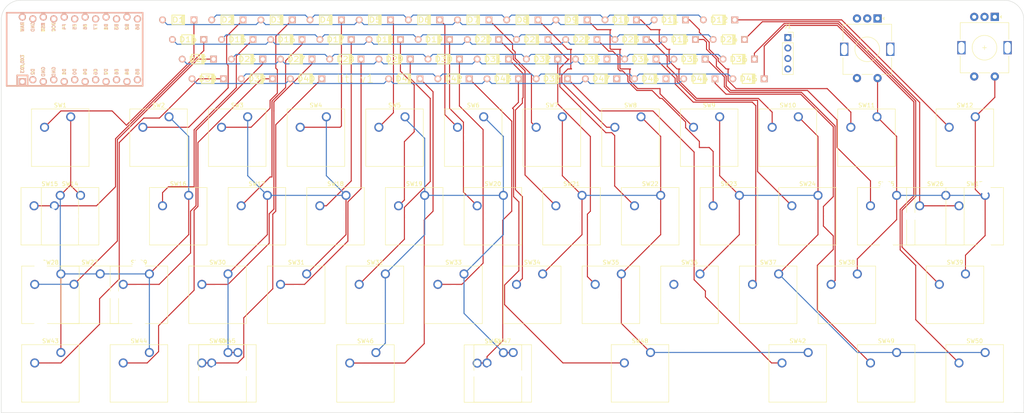
<source format=kicad_pcb>
(kicad_pcb (version 20211014) (generator pcbnew)
  (layers (0 "F.Cu" signal) (31 "B.Cu" signal) (34 "B.Paste" user) (35 "F.Paste" user) (36 "B.SilkS" user "B.Silkscreen") (37 "F.SilkS" user "F.Silkscreen") (38 "B.Mask" user) (39 "F.Mask" user) (44 "Edge.Cuts" user))
  (net 0 "")
  (net 1 "rowA")
  (net 2 "Net-(D1-Pad2)")
  (net 3 "rowB")
  (net 4 "Net-(D2-Pad2)")
  (net 5 "Net-(D3-Pad2)")
  (net 6 "Net-(D4-Pad2)")
  (net 7 "Net-(D5-Pad2)")
  (net 8 "Net-(D6-Pad2)")
  (net 9 "Net-(D7-Pad2)")
  (net 10 "Net-(D8-Pad2)")
  (net 11 "Net-(D9-Pad2)")
  (net 12 "Net-(D10-Pad2)")
  (net 13 "Net-(D11-Pad2)")
  (net 14 "Net-(D12-Pad2)")
  (net 15 "rowC")
  (net 16 "Net-(D13-Pad2)")
  (net 17 "Net-(D14-Pad2)")
  (net 18 "rowD")
  (net 19 "Net-(D15-Pad2)")
  (net 20 "Net-(D16-Pad2)")
  (net 21 "Net-(D17-Pad2)")
  (net 22 "Net-(D18-Pad2)")
  (net 23 "Net-(D19-Pad2)")
  (net 24 "Net-(D20-Pad2)")
  (net 25 "Net-(D21-Pad2)")
  (net 26 "Net-(D22-Pad2)")
  (net 27 "Net-(D23-Pad2)")
  (net 28 "Net-(D24-Pad2)")
  (net 29 "rowE")
  (net 30 "Net-(D25-Pad2)")
  (net 31 "rowF")
  (net 32 "Net-(D26-Pad2)")
  (net 33 "Net-(D27-Pad2)")
  (net 34 "Net-(D28-Pad2)")
  (net 35 "Net-(D29-Pad2)")
  (net 36 "Net-(D30-Pad2)")
  (net 37 "Net-(D31-Pad2)")
  (net 38 "Net-(D32-Pad2)")
  (net 39 "Net-(D33-Pad2)")
  (net 40 "Net-(D34-Pad2)")
  (net 41 "Net-(D35-Pad2)")
  (net 42 "Net-(D36-Pad2)")
  (net 43 "rowG")
  (net 44 "Net-(D37-Pad2)")
  (net 45 "Net-(D38-Pad2)")
  (net 46 "rowH")
  (net 47 "Net-(D39-Pad2)")
  (net 48 "Net-(D40-Pad2)")
  (net 49 "Net-(D41-Pad2)")
  (net 50 "Net-(D42-Pad2)")
  (net 51 "Net-(D43-Pad2)")
  (net 52 "Net-(D44-Pad2)")
  (net 53 "Net-(D45-Pad2)")
  (net 54 "RotA")
  (net 55 "VCC")
  (net 56 "SCL")
  (net 57 "SDA")
  (net 58 "col0")
  (net 59 "col1")
  (net 60 "col2")
  (net 61 "col3")
  (net 62 "col4")
  (net 63 "RotB")
  (net 64 "encB")
  (net 65 "encA")
  (net 68 "RotC")
  (net 69 "GND")
  (footprint "Button_Switch_Keyboard:SW_Cherry_MX_1.00u_PCB" (layer "F.Cu") (at 107.59 71.32)
    (fp_text reference "SW18")
    (fp_text value "KEYSW")
  )
  (footprint "Button_Switch_Keyboard:SW_Cherry_MX_1.00u_PCB" (layer "F.Cu") (at 98.04 90.42)
    (fp_text reference "SW31")
    (fp_text value "KEYSW")
  )
  (footprint "Keebio-Parts:Diode" (layer "F.Cu") (at 107.4375 38.2)
    (fp_text reference "D28")
    (fp_text value "D_Small" hide)
  )
  (footprint "Button_Switch_Keyboard:SW_Cherry_MX_1.00u_PCB" (layer "F.Cu") (at 59.84 90.42)
    (fp_text reference "SW29")
    (fp_text value "KEYSW")
  )
  (footprint "Button_Switch_Keyboard:SW_Cherry_MX_2.25u_PCB" (layer "F.Cu") (at 47.9025 90.4)
    (fp_text reference "SW27")
    (fp_text value "KEYSW")
  )
  (footprint "Keebio-Parts:Diode" (layer "F.Cu") (at 128.925 33.425)
    (fp_text reference "D19")
    (fp_text value "D_Small" hide)
  )
  (footprint "Keebio-Parts:Diode" (layer "F.Cu") (at 138.475 28.65)
    (fp_text reference "D7")
    (fp_text value "D_Small" hide)
  )
  (footprint "Button_Switch_Keyboard:SW_Cherry_MX_1.25u_PCB" (layer "F.Cu") (at 262.7775 71.32)
    (fp_text reference "SW13")
    (fp_text value "KEYSW")
  )
  (footprint "Keebio-Parts:Diode" (layer "F.Cu") (at 71.625 38.2)
    (fp_text reference "D25")
    (fp_text value "D_Small" hide)
  )
  (footprint "Button_Switch_Keyboard:SW_Cherry_MX_1.00u_PCB" (layer "F.Cu") (at 193.54 90.42)
    (fp_text reference "SW36")
    (fp_text value "KEYSW")
  )
  (footprint "Button_Switch_Keyboard:SW_Cherry_MX_1.00u_PCB" (layer "F.Cu") (at 141.015 52.22)
    (fp_text reference "SW6")
    (fp_text value "KEYSW")
  )
  (footprint "Button_Switch_Keyboard:SW_Cherry_MX_1.25u_PCB" (layer "F.Cu") (at 219.8025 109.52)
    (fp_text reference "SW42")
    (fp_text value "KEYSW")
  )
  (footprint "Keebio-Parts:Diode" (layer "F.Cu") (at 105.05 33.425)
    (fp_text reference "D17")
    (fp_text value "D_Small" hide)
  )
  (footprint "Keebio-Parts:Diode" (layer "F.Cu") (at 66.85 28.65)
    (fp_text reference "D1")
    (fp_text value "D_Small" hide)
  )
  (footprint "Button_Switch_Keyboard:SW_Cherry_MX_1.00u_PCB" (layer "F.Cu") (at 121.915 52.22)
    (fp_text reference "SW5")
    (fp_text value "KEYSW")
  )
  (footprint "Keebio-Parts:Diode" (layer "F.Cu") (at 176.675 33.425)
    (fp_text reference "D23")
    (fp_text value "D_Small" hide)
  )
  (footprint "Button_Switch_Keyboard:SW_Cherry_MX_1.00u_PCB" (layer "F.Cu") (at 174.44 90.42)
    (fp_text reference "SW35")
    (fp_text value "KEYSW")
  )
  (footprint "Keebio-Parts:Diode" (layer "F.Cu") (at 81.175 33.425)
    (fp_text reference "D15")
    (fp_text value "D_Small" hide)
  )
  (footprint "Keebio-Parts:Diode" (layer "F.Cu") (at 119.375 38.2)
    (fp_text reference "D29")
    (fp_text value "D_Small" hide)
  )
  (footprint "Button_Switch_Keyboard:SW_Cherry_MX_1.00u_PCB" (layer "F.Cu") (at 136.24 90.42)
    (fp_text reference "SW33")
    (fp_text value "KEYSW")
  )
  (footprint "Button_Switch_Keyboard:SW_Cherry_MX_2.25u_PCB" (layer "F.Cu") (at 253.2275 71.32)
    (fp_text reference "SW26")
    (fp_text value "KEYSW")
  )
  (footprint "Keebio-Parts:Diode" (layer "F.Cu") (at 169.5125 42.975)
    (fp_text reference "D47")
    (fp_text value "D_Small" hide)
  )
  (footprint "Button_Switch_Keyboard:SW_Cherry_MX_2.75u_PCB" (layer "F.Cu") (at 181.52 109.002)
    (fp_text reference "SW48")
    (fp_text value "KEYSW")
  )
  (footprint "Button_Switch_Keyboard:SW_Cherry_MX_1.00u_PCB" (layer "F.Cu") (at 145.8 109.57)
    (fp_text reference "SW41")
    (fp_text value "KEYSW")
  )
  (footprint "Keebio-Parts:Diode" (layer "F.Cu") (at 83.5625 38.2)
    (fp_text reference "D26")
    (fp_text value "D_Small" hide)
  )
  (footprint "Button_Switch_Keyboard:SW_Cherry_MX_1.00u_PCB" (layer "F.Cu") (at 38.2 71.32)
    (fp_text reference "SW15")
    (fp_text value "KEYSW")
  )
  (footprint "Button_Switch_Keyboard:SW_Cherry_MX_1.00u_PCB" (layer "F.Cu") (at 179.215 52.22)
    (fp_text reference "SW8")
    (fp_text value "KEYSW")
  )
  (footprint "Button_Switch_Keyboard:SW_Cherry_MX_1.50u_PCB" (layer "F.Cu") (at 260.39 52.22)
    (fp_text reference "SW12")
    (fp_text value "KEYSW")
  )
  (footprint "Keebio-Parts:Diode" (layer "F.Cu") (at 205.325 42.975)
    (fp_text reference "D45")
    (fp_text value "D_Small" hide)
  )
  (footprint "Keebio-Parts:Diode" (layer "F.Cu") (at 90.725 28.65)
    (fp_text reference "D3")
    (fp_text value "D_Small" hide)
  )
  (footprint "Button_Switch_Keyboard:SW_Cherry_MX_1.00u_PCB" (layer "F.Cu") (at 78.94 90.42)
    (fp_text reference "SW30")
    (fp_text value "KEYSW")
  )
  (footprint "Keebio-Parts:Diode" (layer "F.Cu") (at 200.55 33.425)
    (fp_text reference "D24")
    (fp_text value "D_Small" hide)
  )
  (footprint "Button_Switch_Keyboard:SW_Cherry_MX_1.00u_PCB" (layer "F.Cu") (at 117.14 90.42)
    (fp_text reference "SW32")
    (fp_text value "KEYSW")
  )
  (footprint "Button_Switch_Keyboard:SW_Cherry_MX_1.50u_Plate" (layer "F.Cu") (at 40.74 52.22)
    (fp_text reference "SW1")
    (fp_text value "KEYSW")
  )
  (footprint "Button_Switch_Keyboard:SW_Cherry_MX_1.00u_PCB" (layer "F.Cu") (at 83.715 52.22)
    (fp_text reference "SW3")
    (fp_text value "KEYSW")
  )
  (footprint "Keebio-Parts:Diode" (layer "F.Cu") (at 131.3125 38.2)
    (fp_text reference "D30")
    (fp_text value "D_Small" hide)
  )
  (footprint "Keebio-Parts:Diode" (layer "F.Cu") (at 191 38.2)
    (fp_text reference "D35")
    (fp_text value "D_Small" hide)
  )
  (footprint "Keebio-Parts:Diode" (layer "F.Cu") (at 162.35 28.65)
    (fp_text reference "D9")
    (fp_text value "D_Small" hide)
  )
  (footprint "Button_Switch_Keyboard:SW_Cherry_MX_1.00u_PCB" (layer "F.Cu") (at 59.84 109.52)
    (fp_text reference "SW44")
    (fp_text value "KEYSW")
  )
  (footprint "Keebio-Parts:RotaryEncoder_EC11" (layer "F.Cu") (at 234.1554 35.8125 -90)
    (fp_text reference "SW53")
    (fp_text value "RotaryEncoder_Switch")
  )
  (footprint "Button_Switch_Keyboard:SW_Cherry_MX_1.00u_PCB" (layer "F.Cu") (at 217.415 52.22)
    (fp_text reference "SW10")
    (fp_text value "KEYSW")
  )
  (footprint "Keebio-Parts:Diode" (layer "F.Cu") (at 97.8875 42.975)
    (fp_text reference "D40")
    (fp_text value "D_Small" hide)
  )
  (footprint "Keebio-Parts:Diode" (layer "F.Cu") (at 152.8 33.425)
    (fp_text reference "D21")
    (fp_text value "D_Small" hide)
  )
  (footprint "Keebio-Parts:Diode" (layer "F.Cu") (at 164.7375 33.425)
    (fp_text reference "D22")
    (fp_text value "D_Small" hide)
  )
  (footprint "Button_Switch_Keyboard:SW_Cherry_MX_1.00u_PCB" (layer "F.Cu") (at 203.09 71.32)
    (fp_text reference "SW23")
    (fp_text value "KEYSW")
  )
  (footprint "Button_Switch_Keyboard:SW_Cherry_MX_1.00u_PCB" (layer "F.Cu") (at 183.99 71.32)
    (fp_text reference "SW22")
    (fp_text value "KEYSW")
  )
  (footprint "Keebio-Parts:Diode" (layer "F.Cu") (at 198.1625 28.65)
    (fp_text reference "D12")
    (fp_text value "D_Small" hide)
  )
  (footprint "Keebio-Parts:Diode" (layer "F.Cu") (at 121.7625 42.975)
    (fp_text reference "D41")
    (fp_text value "D_Small" hide)
  )
  (footprint "Keebio-Parts:Diode" (layer "F.Cu") (at 167.125 38.2)
    (fp_text reference "D33")
    (fp_text value "D_Small" hide)
  )
  (footprint "Button_Switch_Keyboard:SW_Cherry_MX_1.00u_PCB" (layer "F.Cu") (at 126.69 71.32)
    (fp_text reference "SW19")
    (fp_text value "KEYSW")
  )
  (footprint "Button_Switch_Keyboard:SW_Cherry_MX_1.00u_PCB" (layer "F.Cu") (at 88.49 71.32)
    (fp_text reference "SW17")
    (fp_text value "KEYSW")
  )
  (footprint "Keebio-Parts:Diode" (layer "F.Cu") (at 202.9375 38.2)
    (fp_text reference "D36")
    (fp_text value "D_Small" hide)
  )
  (footprint "Keebio-Parts:RotaryEncoder_EC11" (layer "F.Cu") (at 262.625 35.427 -90)
    (fp_text reference "SW51")
    (fp_text value "RotaryEncoder_Switch")
  )
  (footprint "Button_Switch_Keyboard:SW_Cherry_MX_1.00u_PCB" (layer "F.Cu") (at 102.815 52.22)
    (fp_text reference "SW4")
    (fp_text value "KEYSW")
  )
  (footprint "Keebio-Parts:Diode" (layer "F.Cu") (at 102.6625 28.65)
    (fp_text reference "D4")
    (fp_text value "D_Small" hide)
  )
  (footprint "Button_Switch_Keyboard:SW_Cherry_MX_1.00u_PCB" (layer "F.Cu") (at 145.79 71.32)
    (fp_text reference "SW20")
    (fp_text value "KEYSW")
  )
  (footprint "Button_Switch_Keyboard:SW_Cherry_MX_1.25u_PCB" (layer "F.Cu") (at 262.7775 109.52)
    (fp_text reference "SW50")
    (fp_text value "KEYSW")
  )
  (footprint "Keebio-Parts:Diode" (layer "F.Cu") (at 114.6 28.65)
    (fp_text reference "D5")
    (fp_text value "D_Small" hide)
  )
  (footprint "Button_Switch_Keyboard:SW_Cherry_MX_1.00u_PCB" (layer "F.Cu") (at 160.115 52.22)
    (fp_text reference "SW7")
    (fp_text value "KEYSW")
  )
  (footprint "Keebio-Parts:Diode" (layer "F.Cu") (at 140.8625 33.425)
    (fp_text reference "D20")
    (fp_text value "D_Small" hide)
  )
  (footprint "Button_Switch_Keyboard:SW_Cherry_MX_1.00u_PCB" (layer "F.Cu") (at 164.89 71.32)
    (fp_text reference "SW21")
    (fp_text value "KEYSW")
  )
  (footprint "Button_Switch_Keyboard:SW_Cherry_MX_1.00u_PCB" (layer "F.Cu") (at 198.315 52.22)
    (fp_text reference "SW9")
    (fp_text value "KEYSW")
  )
  (footprint "Button_Switch_Keyboard:SW_Cherry_MX_1.25u_PCB" (layer "F.Cu") (at 38.3525 109.52)
    (fp_text reference "SW43")
    (fp_text value "KEYSW")
  )
  (footprint "Button_Switch_Keyboard:SW_Cherry_MX_1.00u_PCB" (layer "F.Cu") (at 231.74 90.42)
    (fp_text reference "SW38")
    (fp_text value "KEYSW")
  )
  (footprint "Button_Switch_Keyboard:SW_Cherry_MX_6.25u_PCB" (layer "F.Cu") (at 148.1775 109.022)
    (fp_text reference "SW47")
    (fp_text value "KEYSW")
  )
  (footprint "Keebio-Parts:Diode" (layer "F.Cu") (at 157.575 42.975)
    (fp_text reference "D37")
    (fp_text value "D_Small" hide)
  )
  (footprint "Keebio-Parts:Diode" (layer "F.Cu") (at 69.2375 33.425)
    (fp_text reference "D14")
    (fp_text value "D_Small" hide)
  )
  (footprint "Keebio-Parts:Diode" (layer "F.Cu") (at 181.45 42.975)
    (fp_text reference "D46")
    (fp_text value "D_Small" hide)
  )
  (footprint "Button_Switch_Keyboard:SW_Cherry_MX_1.00u_PCB" (layer "F.Cu") (at 222.19 71.32)
    (fp_text reference "SW24")
    (fp_text value "KEYSW")
  )
  (footprint "Connector_PinSocket_2.54mm:PinSocket_1x04_P2.54mm_Vertical" (layer "F.Cu") (at 214.875 32.9675)
    (fp_text reference "J1")
    (fp_text value "Conn_01x04")
  )
  (footprint "Button_Switch_Keyboard:SW_Cherry_MX_1.00u_PCB" (layer "F.Cu") (at 241.29 109.52)
    (fp_text reference "SW49")
    (fp_text value "KEYSW")
  )
  (footprint "Button_Switch_Keyboard:SW_Cherry_MX_1.25u_PCB" (layer "F.Cu") (at 81.3275 109.52)
    (fp_text reference "SW45")
    (fp_text value "KEYSW")
  )
  (footprint "Keebio-Parts:Diode" (layer "F.Cu") (at 188.6125 33.425)
    (fp_text reference "D13")
    (fp_text value "D_Small" hide)
  )
  (footprint "Button_Switch_Keyboard:SW_Cherry_MX_1.00u_PCB" (layer "F.Cu") (at 78.94 109.52)
    (fp_text reference "SW40")
    (fp_text value "KEYSW")
  )
  (footprint "Button_Switch_Keyboard:SW_Cherry_MX_1.00u_PCB" (layer "F.Cu") (at 212.64 90.42)
    (fp_text reference "SW37")
    (fp_text value "KEYSW")
  )
  (footprint "Button_Switch_Keyboard:SW_Cherry_MX_2.25u_PCB" (layer "F.Cu") (at 114.85 109.03)
    (fp_text reference "SW46")
    (fp_text value "KEYSW")
  )
  (footprint "Keebio-Parts:ArduinoProMicro-ZigZag" (layer "F.Cu") (at 42.975 35.8125)
    (fp_text reference "U1" hide)
    (fp_text value "ProMicro" hide)
  )
  (footprint "Keebio-Parts:Diode" (layer "F.Cu") (at 74.0125 42.975)
    (fp_text reference "D38")
    (fp_text value "D_Small" hide)
  )
  (footprint "Keebio-Parts:Diode" (layer "F.Cu") (at 133.7 42.975)
    (fp_text reference "D42")
    (fp_text value "D_Small" hide)
  )
  (footprint "Button_Switch_Keyboard:SW_Cherry_MX_1.00u_PCB" (layer "F.Cu") (at 64.615 52.22)
    (fp_text reference "SW2")
    (fp_text value "KEYSW")
  )
  (footprint "Keebio-Parts:Diode" (layer "F.Cu") (at 78.7875 28.65)
    (fp_text reference "D2")
    (fp_text value "D_Small" hide)
  )
  (footprint "Keebio-Parts:Diode" (layer "F.Cu") (at 116.9875 33.425)
    (fp_text reference "D18")
    (fp_text value "D_Small" hide)
  )
  (footprint "Keebio-Parts:Diode" (layer "F.Cu") (at 85.95 42.975)
    (fp_text reference "D39")
    (fp_text value "D_Small" hide)
  )
  (footprint "Button_Switch_Keyboard:SW_Cherry_MX_1.75u_PCB" (layer "F.Cu") (at 258.0025 90.42)
    (fp_text reference "SW39")
    (fp_text value "KEYSW")
  )
  (footprint "Button_Switch_Keyboard:SW_Cherry_MX_1.00u_PCB" (layer "F.Cu") (at 155.34 90.42)
    (fp_text reference "SW34")
    (fp_text value "KEYSW")
  )
  (footprint "Keebio-Parts:Diode" (layer "F.Cu") (at 174.2875 28.65)
    (fp_text reference "D10")
    (fp_text value "D_Small" hide)
  )
  (footprint "Keebio-Parts:Diode" (layer "F.Cu") (at 145.6375 42.975)
    (fp_text reference "D43")
    (fp_text value "D_Small" hide)
  )
  (footprint "Keebio-Parts:Diode" (layer "F.Cu") (at 155.1875 38.2)
    (fp_text reference "D32")
    (fp_text value "D_Small" hide)
  )
  (footprint "Keebio-Parts:Diode" (layer "F.Cu") (at 95.5 38.2)
    (fp_text reference "D27")
    (fp_text value "D_Small" hide)
  )
  (footprint "Button_Switch_Keyboard:SW_Cherry_MX_1.25u_PCB" (layer "F.Cu") (at 38.3525 90.42)
    (fp_text reference "SW28")
    (fp_text value "KEYSW")
  )
  (footprint "Keebio-Parts:Diode" (layer "F.Cu") (at 143.25 38.2)
    (fp_text reference "D31")
    (fp_text value "D_Small" hide)
  )
  (footprint "Button_Switch_Keyboard:SW_Cherry_MX_1.00u_PCB" (layer "F.Cu") (at 236.515 52.22)
    (fp_text reference "SW11")
    (fp_text value "KEYSW")
  )
  (footprint "Keebio-Parts:Diode" (layer "F.Cu") (at 93.1125 33.425)
    (fp_text reference "D16")
    (fp_text value "D_Small" hide)
  )
  (footprint "Keebio-Parts:Diode" (layer "F.Cu") (at 186.225 28.65)
    (fp_text reference "D11")
    (fp_text value "D_Small" hide)
  )
  (footprint "Button_Switch_Keyboard:SW_Cherry_MX_1.00u_PCB" (layer "F.Cu") (at 69.39 71.32)
    (fp_text reference "SW16")
    (fp_text value "KEYSW")
  )
  (footprint "Keebio-Parts:Diode" (layer "F.Cu") (at 126.5375 28.65)
    (fp_text reference "D6")
    (fp_text value "D_Small" hide)
  )
  (footprint "Keebio-Parts:Diode" (layer "F.Cu") (at 150.4125 28.65)
    (fp_text reference "D8")
    (fp_text value "D_Small" hide)
  )
  (footprint "Keebio-Parts:Diode" (layer "F.Cu") (at 179.0625 38.2)
    (fp_text reference "D34")
    (fp_text value "D_Small" hide)
  )
  (footprint "Keebio-Parts:Diode" (layer "F.Cu") (at 193.3875 42.975)
    (fp_text reference "D44")
    (fp_text value "D_Small" hide)
  )
  (footprint "Button_Switch_Keyboard:SW_Cherry_MX_1.75u_PCB" (layer "F.Cu") (at 43.1275 71.32)
    (fp_text reference "SW14")
    (fp_text value "KEYSW")
  )
  (footprint "Button_Switch_Keyboard:SW_Cherry_MX_1.00u_PCB" (layer "F.Cu") (at 241.29 71.32)
    (fp_text reference "SW25")
    (fp_text value "KEYSW")
  )
  (gr_arc (start 23.875 28.65) (mid 25.273565 25.273565) (end 28.65 23.875) (layer "Edge.Cuts") (width 0.1))
  (gr_arc (start 267.4 23.875) (mid 270.776435 25.273565) (end 272.175 28.65) (layer "Edge.Cuts") (width 0.1))
  (gr_line (start 269.7875 124.15) (end 272.175 124.15) (layer "Edge.Cuts") (width 0.1))
  (gr_line (start 272.175 121.7625) (end 272.175 28.65) (layer "Edge.Cuts") (width 0.1))
  (gr_line (start 267.4 23.875) (end 28.65 23.875) (layer "Edge.Cuts") (width 0.1))
  (gr_line (start 269.7875 124.15) (end 272.175 124.15) (layer "Edge.Cuts") (width 0.1))
  (gr_line (start 23.875 31.0375) (end 23.875 124.15) (layer "Edge.Cuts") (width 0.1))
  (gr_line (start 23.875 124.15) (end 269.7875 124.15) (layer "Edge.Cuts") (width 0.1))
  (gr_line (start 272.175 121.7625) (end 272.175 124.15) (layer "Edge.Cuts") (width 0.1))
  (gr_line (start 23.875 31.0375) (end 23.875 28.65) (layer "Edge.Cuts") (width 0.1))
  (gr_text "litl v1" (at 109.825 42.975) (layer "F.SilkS") (effects (font (size 2 2))))
  (segment (start 86.915 28.65) (end 88.067011 29.802011) (width 0.254) (layer "B.Cu") (net 1))
  (segment (start 64.192011 29.802011) (end 85.762989 29.802011) (width 0.254) (layer "B.Cu") (net 1))
  (segment (start 134.665 28.65) (end 135.817011 29.802011) (width 0.254) (layer "B.Cu") (net 1))
  (segment (start 63.04 28.65) (end 64.192011 29.802011) (width 0.254) (layer "B.Cu") (net 1))
  (segment (start 88.067011 29.802011) (end 109.637989 29.802011) (width 0.254) (layer "B.Cu") (net 1))
  (segment (start 109.637989 29.802011) (end 110.79 28.65) (width 0.254) (layer "B.Cu") (net 1))
  (segment (start 111.942011 29.802011) (end 133.512989 29.802011) (width 0.254) (layer "B.Cu") (net 1))
  (segment (start 135.817011 29.802011) (end 157.387989 29.802011) (width 0.254) (layer "B.Cu") (net 1))
  (segment (start 158.54 28.65) (end 159.692011 29.802011) (width 0.254) (layer "B.Cu") (net 1))
  (segment (start 85.762989 29.802011) (end 86.915 28.65) (width 0.254) (layer "B.Cu") (net 1))
  (segment (start 157.387989 29.802011) (end 158.54 28.65) (width 0.254) (layer "B.Cu") (net 1))
  (segment (start 110.79 28.65) (end 111.942011 29.802011) (width 0.254) (layer "B.Cu") (net 1))
  (segment (start 181.262989 29.802011) (end 182.415 28.65) (width 0.254) (layer "B.Cu") (net 1))
  (segment (start 133.512989 29.802011) (end 134.665 28.65) (width 0.254) (layer "B.Cu") (net 1))
  (segment (start 159.692011 29.802011) (end 181.262989 29.802011) (width 0.254) (layer "B.Cu") (net 1))
  (segment (start 50.793489 50.793489) (end 38.356511 50.793489) (width 0.254) (layer "F.Cu") (net 2))
  (segment (start 38.356511 50.793489) (end 34.39 54.76) (width 0.254) (layer "F.Cu") (net 2))
  (segment (start 70.66 28.65) (end 70.66 37.882252) (width 0.254) (layer "F.Cu") (net 2))
  (segment (start 70.66 37.882252) (end 54.271126 54.271126) (width 0.254) (layer "F.Cu") (net 2))
  (segment (start 54.271126 54.271126) (end 50.793489 50.793489) (width 0.254) (layer "F.Cu") (net 2))
  (segment (start 97.700489 27.497989) (end 98.8525 28.65) (width 0.254) (layer "B.Cu") (net 3))
  (segment (start 145.450489 27.497989) (end 146.6025 28.65) (width 0.254) (layer "B.Cu") (net 3))
  (segment (start 123.879511 27.497989) (end 145.450489 27.497989) (width 0.254) (layer "B.Cu") (net 3))
  (segment (start 147.754511 27.497989) (end 169.325489 27.497989) (width 0.254) (layer "B.Cu") (net 3))
  (segment (start 146.6025 28.65) (end 147.754511 27.497989) (width 0.254) (layer "B.Cu") (net 3))
  (segment (start 121.575489 27.497989) (end 122.7275 28.65) (width 0.254) (layer "B.Cu") (net 3))
  (segment (start 76.129511 27.497989) (end 97.700489 27.497989) (width 0.254) (layer "B.Cu") (net 3))
  (segment (start 74.9775 28.65) (end 76.129511 27.497989) (width 0.254) (layer "B.Cu") (net 3))
  (segment (start 193.200489 27.497989) (end 194.3525 28.65) (width 0.254) (layer "B.Cu") (net 3))
  (segment (start 170.4775 28.65) (end 171.629511 27.497989) (width 0.254) (layer "B.Cu") (net 3))
  (segment (start 122.7275 28.65) (end 123.879511 27.497989) (width 0.254) (layer "B.Cu") (net 3))
  (segment (start 98.8525 28.65) (end 100.004511 27.497989) (width 0.254) (layer "B.Cu") (net 3))
  (segment (start 171.629511 27.497989) (end 193.200489 27.497989) (width 0.254) (layer "B.Cu") (net 3))
  (segment (start 169.325489 27.497989) (end 170.4775 28.65) (width 0.254) (layer "B.Cu") (net 3))
  (segment (start 100.004511 27.497989) (end 121.575489 27.497989) (width 0.254) (layer "B.Cu") (net 3))
  (segment (start 78.974511 45.175489) (end 69.39 54.76) (width 0.254) (layer "F.Cu") (net 4))
  (segment (start 82.5975 28.65) (end 78.600489 32.647011) (width 0.254) (layer "F.Cu") (net 4))
  (segment (start 78.600489 32.647011) (end 78.600489 39.354713) (width 0.254) (layer "F.Cu") (net 4))
  (segment (start 78.974511 39.728735) (end 78.974511 45.175489) (width 0.254) (layer "F.Cu") (net 4))
  (segment (start 78.600489 39.354713) (end 78.974511 39.728735) (width 0.254) (layer "F.Cu") (net 4))
  (segment (start 69.39 54.76) (end 58.265 54.76) (width 0.254) (layer "F.Cu") (net 4))
  (segment (start 90.912011 40.774511) (end 90.912011 46.486932) (width 0.254) (layer "F.Cu") (net 5))
  (segment (start 84.538897 54.76) (end 77.365 54.76) (width 0.254) (layer "F.Cu") (net 5))
  (segment (start 90.537989 40.400489) (end 90.912011 40.774511) (width 0.254) (layer "F.Cu") (net 5))
  (segment (start 90.537989 32.647011) (end 90.537989 40.400489) (width 0.254) (layer "F.Cu") (net 5))
  (segment (start 89.161397 48.237546) (end 89.161397 50.1375) (width 0.254) (layer "F.Cu") (net 5))
  (segment (start 94.535 28.65) (end 90.537989 32.647011) (width 0.254) (layer "F.Cu") (net 5))
  (segment (start 89.161397 50.1375) (end 84.538897 54.76) (width 0.254) (layer "F.Cu") (net 5))
  (segment (start 90.912011 46.486932) (end 89.161397 48.237546) (width 0.254) (layer "F.Cu") (net 5))
  (segment (start 106.4725 28.65) (end 106.4725 54.447936) (width 0.254) (layer "F.Cu") (net 6))
  (segment (start 106.4725 54.447936) (end 106.160436 54.76) (width 0.254) (layer "F.Cu") (net 6))
  (segment (start 106.160436 54.76) (end 96.465 54.76) (width 0.254) (layer "F.Cu") (net 6))
  (segment (start 118.41 28.65) (end 119.104511 29.344511) (width 0.254) (layer "F.Cu") (net 7))
  (segment (start 119.104511 29.344511) (end 119.104511 51.220489) (width 0.254) (layer "F.Cu") (net 7))
  (segment (start 119.104511 51.220489) (end 115.565 54.76) (width 0.254) (layer "F.Cu") (net 7))
  (segment (start 131.582989 29.885489) (end 131.582989 51.677989) (width 0.254) (layer "F.Cu") (net 8))
  (segment (start 130.3475 28.65) (end 131.582989 29.885489) (width 0.254) (layer "F.Cu") (net 8))
  (segment (start 131.582989 51.677989) (end 134.665 54.76) (width 0.254) (layer "F.Cu") (net 8))
  (segment (start 148.025 34.39) (end 148.025 35.8125) (width 0.254) (layer "F.Cu") (net 9))
  (segment (start 148.665531 38.012146) (end 152.612989 41.959604) (width 0.254) (layer "F.Cu") (net 9))
  (segment (start 152.612989 53.607989) (end 153.765 54.76) (width 0.254) (layer "F.Cu") (net 9))
  (segment (start 148.665531 36.453031) (end 148.665531 38.012146) (width 0.254) (layer "F.Cu") (net 9))
  (segment (start 152.612989 41.959604) (end 152.612989 53.607989) (width 0.254) (layer "F.Cu") (net 9))
  (segment (start 142.285 28.65) (end 148.025 34.39) (width 0.254) (layer "F.Cu") (net 9))
  (segment (start 148.025 35.8125) (end 148.665531 36.453031) (width 0.254) (layer "F.Cu") (net 9))
  (segment (start 162.162989 35.999511) (end 162.162989 40.400489) (width 0.254) (layer "F.Cu") (net 10))
  (segment (start 161.468478 40.5875) (end 159.9625 42.093478) (width 0.254) (layer "F.Cu") (net 10))
  (segment (start 154.2225 28.65) (end 161.385 35.8125) (width 0.254) (layer "F.Cu") (net 10))
  (segment (start 162.35 40.5875) (end 161.468478 40.5875) (width 0.254) (layer "F.Cu") (net 10))
  (segment (start 170.865978 54.76) (end 172.865 54.76) (width 0.254) (layer "F.Cu") (net 10))
  (segment (start 162.35 35.8125) (end 162.162989 35.999511) (width 0.254) (layer "F.Cu") (net 10))
  (segment (start 159.9625 42.093478) (end 159.9625 43.856522) (width 0.254) (layer "F.Cu") (net 10))
  (segment (start 162.162989 40.400489) (end 162.35 40.5875) (width 0.254) (layer "F.Cu") (net 10))
  (segment (start 159.9625 43.856522) (end 170.865978 54.76) (width 0.254) (layer "F.Cu") (net 10))
  (segment (start 161.385 35.8125) (end 162.35 35.8125) (width 0.254) (layer "F.Cu") (net 10))
  (segment (start 171.712989 31.224511) (end 171.712989 35.625489) (width 0.254) (layer "F.Cu") (net 11))
  (segment (start 174.2875 35.8125) (end 174.100489 35.999511) (width 0.254) (layer "F.Cu") (net 11))
  (segment (start 174.2875 40.5875) (end 176.675 40.5875) (width 0.254) (layer "F.Cu") (net 11))
  (segment (start 176.675 40.5875) (end 176.487989 40.774511) (width 0.254) (layer "F.Cu") (net 11))
  (segment (start 176.487989 43.45218) (end 178.398309 45.3625) (width 0.254) (layer "F.Cu") (net 11))
  (segment (start 183.8375 45.3625) (end 183.8375 46.6325) (width 0.254) (layer "F.Cu") (net 11))
  (segment (start 166.16 28.65) (end 168.5475 31.0375) (width 0.254) (layer "F.Cu") (net 11))
  (segment (start 171.712989 35.625489) (end 171.9 35.8125) (width 0.254) (layer "F.Cu") (net 11))
  (segment (start 174.100489 40.400489) (end 174.2875 40.5875) (width 0.254) (layer "F.Cu") (net 11))
  (segment (start 178.398309 45.3625) (end 183.8375 45.3625) (width 0.254) (layer "F.Cu") (net 11))
  (segment (start 168.5475 31.0375) (end 171.9 31.0375) (width 0.254) (layer "F.Cu") (net 11))
  (segment (start 171.9 35.8125) (end 174.2875 35.8125) (width 0.254) (layer "F.Cu") (net 11))
  (segment (start 176.487989 40.774511) (end 176.487989 43.45218) (width 0.254) (layer "F.Cu") (net 11))
  (segment (start 174.100489 35.999511) (end 174.100489 40.400489) (width 0.254) (layer "F.Cu") (net 11))
  (segment (start 171.9 31.0375) (end 171.712989 31.224511) (width 0.254) (layer "F.Cu") (net 11))
  (segment (start 183.8375 46.6325) (end 191.965 54.76) (width 0.254) (layer "F.Cu") (net 11))
  (segment (start 186.037989 35.999511) (end 186.037989 38.67718) (width 0.254) (layer "F.Cu") (net 12))
  (segment (start 207.7125 47.75) (end 211.065 51.1025) (width 0.254) (layer "F.Cu") (net 12))
  (segment (start 188.425489 40.774511) (end 188.425489 43.45218) (width 0.254) (layer "F.Cu") (net 12))
  (segment (start 187.948309 40.5875) (end 188.6125 40.5875) (width 0.254) (layer "F.Cu") (net 12))
  (segment (start 181.5645 31.0375) (end 183.8375 31.0375) (width 0.254) (layer "F.Cu") (net 12))
  (segment (start 192.723309 47.75) (end 207.7125 47.75) (width 0.254) (layer "F.Cu") (net 12))
  (segment (start 179.177 28.65) (end 181.5645 31.0375) (width 0.254) (layer "F.Cu") (net 12))
  (segment (start 185.560809 35.8125) (end 186.225 35.8125) (width 0.254) (layer "F.Cu") (net 12))
  (segment (start 188.6125 40.5875) (end 188.425489 40.774511) (width 0.254) (layer "F.Cu") (net 12))
  (segment (start 211.065 51.1025) (end 211.065 54.76) (width 0.254) (layer "F.Cu") (net 12))
  (segment (start 186.037989 38.67718) (end 187.948309 40.5875) (width 0.254) (layer "F.Cu") (net 12))
  (segment (start 178.0975 28.65) (end 179.177 28.65) (width 0.254) (layer "F.Cu") (net 12))
  (segment (start 183.8375 31.0375) (end 183.650489 31.224511) (width 0.254) (layer "F.Cu") (net 12))
  (segment (start 188.425489 43.45218) (end 192.723309 47.75) (width 0.254) (layer "F.Cu") (net 12))
  (segment (start 183.650489 31.224511) (end 183.650489 33.90218) (width 0.254) (layer "F.Cu") (net 12))
  (segment (start 183.650489 33.90218) (end 185.560809 35.8125) (width 0.254) (layer "F.Cu") (net 12))
  (segment (start 186.225 35.8125) (end 186.037989 35.999511) (width 0.254) (layer "F.Cu") (net 12))
  (segment (start 190.035 28.65) (end 191 28.65) (width 0.254) (layer "F.Cu") (net 13))
  (segment (start 195.775 34.089191) (end 195.775 35.8125) (width 0.254) (layer "F.Cu") (net 13))
  (segment (start 224.425 45.3625) (end 230.165 51.1025) (width 0.254) (layer "F.Cu") (net 13))
  (segment (start 197.975489 38.67718) (end 199.885809 40.5875) (width 0.254) (layer "F.Cu") (net 13))
  (segment (start 202.273309 45.3625) (end 224.425 45.3625) (width 0.254) (layer "F.Cu") (net 13))
  (segment (start 191 28.65) (end 193.3875 31.0375) (width 0.254) (layer "F.Cu") (net 13))
  (segment (start 200.55 40.5875) (end 200.362989 40.774511) (width 0.254) (layer "F.Cu") (net 13))
  (segment (start 193.3875 31.0375) (end 193.3875 31.701691) (width 0.254) (layer "F.Cu") (net 13))
  (segment (start 193.3875 31.701691) (end 195.775 34.089191) (width 0.254) (layer "F.Cu") (net 13))
  (segment (start 200.362989 43.45218) (end 202.273309 45.3625) (width 0.254) (layer "F.Cu") (net 13))
  (segment (start 230.165 51.1025) (end 230.165 54.76) (width 0.254) (layer "F.Cu") (net 13))
  (segment (start 200.362989 40.774511) (end 200.362989 43.45218) (width 0.254) (layer "F.Cu") (net 13))
  (segment (start 197.975489 38.012989) (end 197.975489 38.67718) (width 0.254) (layer "F.Cu") (net 13))
  (segment (start 199.885809 40.5875) (end 200.55 40.5875) (width 0.254) (layer "F.Cu") (net 13))
  (segment (start 195.775 35.8125) (end 197.975489 38.012989) (width 0.254) (layer "F.Cu") (net 13))
  (segment (start 227.93 28.65) (end 201.9725 28.65) (width 0.254) (layer "F.Cu") (net 14))
  (segment (start 254.04 54.76) (end 227.93 28.65) (width 0.254) (layer "F.Cu") (net 14))
  (segment (start 114.329511 34.577011) (end 135.900489 34.577011) (width 0.254) (layer "B.Cu") (net 15))
  (segment (start 90.454511 34.577011) (end 112.025489 34.577011) (width 0.254) (layer "B.Cu") (net 15))
  (segment (start 89.3025 33.425) (end 90.454511 34.577011) (width 0.254) (layer "B.Cu") (net 15))
  (segment (start 65.4275 33.425) (end 66.579511 34.577011) (width 0.254) (layer "B.Cu") (net 15))
  (segment (start 160.9275 33.425) (end 162.079511 34.577011) (width 0.254) (layer "B.Cu") (net 15))
  (segment (start 137.0525 33.425) (end 138.204511 34.577011) (width 0.254) (layer "B.Cu") (net 15))
  (segment (start 113.1775 33.425) (end 114.329511 34.577011) (width 0.254) (layer "B.Cu") (net 15))
  (segment (start 162.079511 34.577011) (end 183.650489 34.577011) (width 0.254) (layer "B.Cu") (net 15))
  (segment (start 135.900489 34.577011) (end 137.0525 33.425) (width 0.254) (layer "B.Cu") (net 15))
  (segment (start 66.579511 34.577011) (end 88.150489 34.577011) (width 0.254) (layer "B.Cu") (net 15))
  (segment (start 112.025489 34.577011) (end 113.1775 33.425) (width 0.254) (layer "B.Cu") (net 15))
  (segment (start 183.650489 34.577011) (end 184.8025 33.425) (width 0.254) (layer "B.Cu") (net 15))
  (segment (start 88.150489 34.577011) (end 89.3025 33.425) (width 0.254) (layer "B.Cu") (net 15))
  (segment (start 138.204511 34.577011) (end 159.775489 34.577011) (width 0.254) (layer "B.Cu") (net 15))
  (segment (start 159.775489 34.577011) (end 160.9275 33.425) (width 0.254) (layer "B.Cu") (net 15))
  (segment (start 197.521969 38.200843) (end 197.521969 39.946969) (width 0.254) (layer "F.Cu") (net 16))
  (segment (start 201.00352 45.81602) (end 219.65 45.81602) (width 0.254) (layer "F.Cu") (net 16))
  (segment (start 219.65 45.81602) (end 226.8125 52.97852) (width 0.254) (layer "F.Cu") (net 16))
  (segment (start 226.8125 59.6875) (end 234.94 67.815) (width 0.254) (layer "F.Cu") (net 16))
  (segment (start 195.122218 35.801092) (end 197.521969 38.200843) (width 0.254) (layer "F.Cu") (net 16))
  (segment (start 194.469435 33.425) (end 195.122218 34.077783) (width 0.254) (layer "F.Cu") (net 16))
  (segment (start 234.94 67.815) (end 234.94 73.86) (width 0.254) (layer "F.Cu") (net 16))
  (segment (start 195.122218 34.077783) (end 195.122218 35.801092) (width 0.254) (layer "F.Cu") (net 16))
  (segment (start 199.909469 42.334469) (end 199.909469 44.721969) (width 0.254) (layer "F.Cu") (net 16))
  (segment (start 192.4225 33.425) (end 194.469435 33.425) (width 0.254) (layer "F.Cu") (net 16))
  (segment (start 197.521969 39.946969) (end 199.909469 42.334469) (width 0.254) (layer "F.Cu") (net 16))
  (segment (start 226.8125 52.97852) (end 226.8125 59.6875) (width 0.254) (layer "F.Cu") (net 16))
  (segment (start 199.909469 44.721969) (end 201.00352 45.81602) (width 0.254) (layer "F.Cu") (net 16))
  (segment (start 46.99546 73.86) (end 36.7775 73.86) (width 0.254) (layer "F.Cu") (net 17))
  (segment (start 51.61796 57.565666) (end 51.61796 69.2375) (width 0.254) (layer "F.Cu") (net 17))
  (segment (start 51.61796 69.2375) (end 46.99546 73.86) (width 0.254) (layer "F.Cu") (net 17))
  (segment (start 73.0475 33.425) (end 73.0475 36.136126) (width 0.254) (layer "F.Cu") (net 17))
  (segment (start 36.7775 73.86) (end 31.85 73.86) (width 0.254) (layer "F.Cu") (net 17))
  (segment (start 73.0475 36.136126) (end 51.61796 57.565666) (width 0.254) (layer "F.Cu") (net 17))
  (segment (start 148.99 33.425) (end 147.837989 32.272989) (width 0.254) (layer "B.Cu") (net 18))
  (segment (start 150.142011 32.272989) (end 148.99 33.425) (width 0.254) (layer "B.Cu") (net 18))
  (segment (start 196.74 33.425) (end 195.587989 32.272989) (width 0.254) (layer "B.Cu") (net 18))
  (segment (start 172.865 33.425) (end 171.712989 32.272989) (width 0.254) (layer "B.Cu") (net 18))
  (segment (start 101.24 33.425) (end 100.087989 32.272989) (width 0.254) (layer "B.Cu") (net 18))
  (segment (start 171.712989 32.272989) (end 150.142011 32.272989) (width 0.254) (layer "B.Cu") (net 18))
  (segment (start 195.587989 32.272989) (end 174.017011 32.272989) (width 0.254) (layer "B.Cu") (net 18))
  (segment (start 147.837989 32.272989) (end 126.267011 32.272989) (width 0.254) (layer "B.Cu") (net 18))
  (segment (start 125.115 33.425) (end 123.962989 32.272989) (width 0.254) (layer "B.Cu") (net 18))
  (segment (start 174.017011 32.272989) (end 172.865 33.425) (width 0.254) (layer "B.Cu") (net 18))
  (segment (start 100.087989 32.272989) (end 78.517011 32.272989) (width 0.254) (layer "B.Cu") (net 18))
  (segment (start 102.392011 32.272989) (end 101.24 33.425) (width 0.254) (layer "B.Cu") (net 18))
  (segment (start 126.267011 32.272989) (end 125.115 33.425) (width 0.254) (layer "B.Cu") (net 18))
  (segment (start 123.962989 32.272989) (end 102.392011 32.272989) (width 0.254) (layer "B.Cu") (net 18))
  (segment (start 78.517011 32.272989) (end 77.365 33.425) (width 0.254) (layer "B.Cu") (net 18))
  (segment (start 70.71796 55.384857) (end 70.71796 69.2375) (width 0.254) (layer "F.Cu") (net 19))
  (segment (start 63.04 70.66) (end 63.04 73.86) (width 0.254) (layer "F.Cu") (net 19))
  (segment (start 80.957658 45.145159) (end 70.71796 55.384857) (width 0.254) (layer "F.Cu") (net 19))
  (segment (start 80.957658 37.452342) (end 80.957658 45.145159) (width 0.254) (layer "F.Cu") (net 19))
  (segment (start 84.985 33.425) (end 80.957658 37.452342) (width 0.254) (layer "F.Cu") (net 19))
  (segment (start 64.4625 69.2375) (end 63.04 70.66) (width 0.254) (layer "F.Cu") (net 19))
  (segment (start 70.71796 69.2375) (end 64.4625 69.2375) (width 0.254) (layer "F.Cu") (net 19))
  (segment (start 96.9225 34.596691) (end 92.925489 38.593702) (width 0.254) (layer "F.Cu") (net 20))
  (segment (start 92.925489 45.114828) (end 90.507658 47.532659) (width 0.254) (layer "F.Cu") (net 20))
  (segment (start 92.925489 42.975) (end 92.925489 45.114828) (width 0.254) (layer "F.Cu") (net 20))
  (segment (start 89.614917 48.4254) (end 89.614917 66.85) (width 0.254) (layer "F.Cu") (net 20))
  (segment (start 92.925489 38.593702) (end 92.925489 42.975) (width 0.254) (layer "F.Cu") (net 20))
  (segment (start 90.931691 47.108626) (end 89.614917 48.4254) (width 0.254) (layer "F.Cu") (net 20))
  (segment (start 89.15 66.85) (end 82.14 73.86) (width 0.254) (layer "F.Cu") (net 20))
  (segment (start 89.614917 66.85) (end 89.15 66.85) (width 0.254) (layer "F.Cu") (net 20))
  (segment (start 96.9225 33.425) (end 96.9225 34.596691) (width 0.254) (layer "F.Cu") (net 20))
  (segment (start 108.86 67.815) (end 102.815 73.86) (width 0.254) (layer "F.Cu") (net 21))
  (segment (start 108.86 33.425) (end 108.86 67.815) (width 0.254) (layer "F.Cu") (net 21))
  (segment (start 102.815 73.86) (end 101.24 73.86) (width 0.254) (layer "F.Cu") (net 21))
  (segment (start 120.7975 33.425) (end 120.7975 41.145396) (width 0.254) (layer "F.Cu") (net 22))
  (segment (start 121.7625 58.257936) (end 121.7625 72.4375) (width 0.254) (layer "F.Cu") (net 22))
  (segment (start 120.7975 41.145396) (end 124.15 44.497896) (width 0.254) (layer "F.Cu") (net 22))
  (segment (start 121.7625 72.4375) (end 120.34 73.86) (width 0.254) (layer "F.Cu") (net 22))
  (segment (start 124.15 44.497896) (end 124.15 55.870436) (width 0.254) (layer "F.Cu") (net 22))
  (segment (start 124.15 55.870436) (end 121.7625 58.257936) (width 0.254) (layer "F.Cu") (net 22))
  (segment (start 132.735 33.425) (end 132.735 50.167867) (width 0.254) (layer "F.Cu") (net 23))
  (segment (start 136.098479 53.531346) (end 136.098479 70.518479) (width 0.254) (layer "F.Cu") (net 23))
  (segment (start 136.098479 70.518479) (end 139.44 73.86) (width 0.254) (layer "F.Cu") (net 23))
  (segment (start 132.735 50.167867) (end 136.098479 53.531346) (width 0.254) (layer "F.Cu") (net 23))
  (segment (start 151.053031 66.373031) (end 158.54 73.86) (width 0.254) (layer "F.Cu") (net 24))
  (segment (start 148.212011 36.964511) (end 148.212011 38.2) (width 0.254) (layer "F.Cu") (net 24))
  (segment (start 144.6725 33.425) (end 148.212011 36.964511) (width 0.254) (layer "F.Cu") (net 24))
  (segment (start 148.212011 38.2) (end 151.053031 41.04102) (width 0.254) (layer "F.Cu") (net 24))
  (segment (start 151.053031 41.04102) (end 151.053031 66.373031) (width 0.254) (layer "F.Cu") (net 24))
  (segment (start 161.385 38.2) (end 161.709469 38.2) (width 0.254) (layer "F.Cu") (net 25))
  (segment (start 159.50898 40.400489) (end 159.50898 44.90898) (width 0.254) (layer "F.Cu") (net 25))
  (segment (start 156.61 33.425) (end 161.385 38.2) (width 0.254) (layer "F.Cu") (net 25))
  (segment (start 172.103043 56.073479) (end 172.821521 56.791957) (width 0.254) (layer "F.Cu") (net 25))
  (segment (start 170.673479 56.073479) (end 172.103043 56.073479) (width 0.254) (layer "F.Cu") (net 25))
  (segment (start 172.821521 56.791957) (end 172.821521 69.041521) (width 0.254) (layer "F.Cu") (net 25))
  (segment (start 159.50898 44.90898) (end 170.673479 56.073479) (width 0.254) (layer "F.Cu") (net 25))
  (segment (start 161.709469 38.2) (end 159.50898 40.400489) (width 0.254) (layer "F.Cu") (net 25))
  (segment (start 172.821521 69.041521) (end 177.64 73.86) (width 0.254) (layer "F.Cu") (net 25))
  (segment (start 190.044313 53.480687) (end 190.044313 54.856705) (width 0.254) (layer "F.Cu") (net 26))
  (segment (start 168.5475 33.425) (end 171.38852 36.26602) (width 0.254) (layer "F.Cu") (net 26))
  (segment (start 176.034469 42.334469) (end 176.034469 43.640034) (width 0.254) (layer "F.Cu") (net 26))
  (segment (start 183.8375 47.75) (end 184.313626 47.75) (width 0.254) (layer "F.Cu") (net 26))
  (segment (start 193.3875 58.199892) (end 193.3875 59.6875) (width 0.254) (layer "F.Cu") (net 26))
  (segment (start 190.044313 54.856705) (end 193.3875 58.199892) (width 0.254) (layer "F.Cu") (net 26))
  (segment (start 174.74102 41.04102) (end 176.034469 42.334469) (width 0.254) (layer "F.Cu") (net 26))
  (segment (start 195.775 59.6875) (end 193.3875 59.6875) (width 0.254) (layer "F.Cu") (net 26))
  (segment (start 196.74 60.6525) (end 196.74 73.86) (width 0.254) (layer "F.Cu") (net 26))
  (segment (start 176.034469 43.640034) (end 178.210455 45.81602) (width 0.254) (layer "F.Cu") (net 26))
  (segment (start 171.38852 36.26602) (end 172.35352 36.26602) (width 0.254) (layer "F.Cu") (net 26))
  (segment (start 184.313626 47.75) (end 190.044313 53.480687) (width 0.254) (layer "F.Cu") (net 26))
  (segment (start 174.099646 41.04102) (end 174.74102 41.04102) (width 0.254) (layer "F.Cu") (net 26))
  (segment (start 172.35352 36.26602) (end 173.646969 37.559469) (width 0.254) (layer "F.Cu") (net 26))
  (segment (start 195.775 59.6875) (end 196.74 60.6525) (width 0.254) (layer "F.Cu") (net 26))
  (segment (start 181.90352 45.81602) (end 183.8375 47.75) (width 0.254) (layer "F.Cu") (net 26))
  (segment (start 173.646969 40.588343) (end 174.099646 41.04102) (width 0.254) (layer "F.Cu") (net 26))
  (segment (start 173.646969 37.559469) (end 173.646969 40.588343) (width 0.254) (layer "F.Cu") (net 26))
  (segment (start 178.210455 45.81602) (end 181.90352 45.81602) (width 0.254) (layer "F.Cu") (net 26))
  (segment (start 207.524646 65.544646) (end 215.84 73.86) (width 0.254) (layer "F.Cu") (net 27))
  (segment (start 181.45 33.425) (end 185.584469 37.559469) (width 0.254) (layer "F.Cu") (net 27))
  (segment (start 192.535455 48.20352) (end 207.524646 48.20352) (width 0.254) (layer "F.Cu") (net 27))
  (segment (start 207.524646 48.20352) (end 207.524646 65.544646) (width 0.254) (layer "F.Cu") (net 27))
  (segment (start 180.485 33.425) (end 181.45 33.425) (width 0.254) (layer "F.Cu") (net 27))
  (segment (start 185.584469 39.946969) (end 187.971969 42.334469) (width 0.254) (layer "F.Cu") (net 27))
  (segment (start 187.971969 43.640034) (end 192.535455 48.20352) (width 0.254) (layer "F.Cu") (net 27))
  (segment (start 187.971969 42.334469) (end 187.971969 43.640034) (width 0.254) (layer "F.Cu") (net 27))
  (segment (start 185.584469 37.559469) (end 185.584469 39.946969) (width 0.254) (layer "F.Cu") (net 27))
  (segment (start 256.4275 73.86) (end 246.8775 73.86) (width 0.254) (layer "F.Cu") (net 28))
  (segment (start 246.8775 73.86) (end 246.8775 48.715) (width 0.254) (layer "F.Cu") (net 28))
  (segment (start 208.68148 29.10352) (end 204.36 33.425) (width 0.254) (layer "F.Cu") (net 28))
  (segment (start 227.26602 29.10352) (end 208.68148 29.10352) (width 0.254) (layer "F.Cu") (net 28))
  (segment (start 246.8775 48.715) (end 227.26602 29.10352) (width 0.254) (layer "F.Cu") (net 28))
  (segment (start 114.412989 39.352011) (end 115.565 38.2) (width 0.254) (layer "B.Cu") (net 29))
  (segment (start 163.315 38.2) (end 164.467011 39.352011) (width 0.254) (layer "B.Cu") (net 29))
  (segment (start 139.44 38.2) (end 140.592011 39.352011) (width 0.254) (layer "B.Cu") (net 29))
  (segment (start 92.842011 39.352011) (end 114.412989 39.352011) (width 0.254) (layer "B.Cu") (net 29))
  (segment (start 162.162989 39.352011) (end 163.315 38.2) (width 0.254) (layer "B.Cu") (net 29))
  (segment (start 140.592011 39.352011) (end 162.162989 39.352011) (width 0.254) (layer "B.Cu") (net 29))
  (segment (start 186.037989 39.352011) (end 187.19 38.2) (width 0.254) (layer "B.Cu") (net 29))
  (segment (start 115.565 38.2) (end 116.717011 39.352011) (width 0.254) (layer "B.Cu") (net 29))
  (segment (start 138.287989 39.352011) (end 139.44 38.2) (width 0.254) (layer "B.Cu") (net 29))
  (segment (start 67.815 38.2) (end 68.967011 39.352011) (width 0.254) (layer "B.Cu") (net 29))
  (segment (start 116.717011 39.352011) (end 138.287989 39.352011) (width 0.254) (layer "B.Cu") (net 29))
  (segment (start 90.537989 39.352011) (end 91.69 38.2) (width 0.254) (layer "B.Cu") (net 29))
  (segment (start 164.467011 39.352011) (end 186.037989 39.352011) (width 0.254) (layer "B.Cu") (net 29))
  (segment (start 91.69 38.2) (end 92.842011 39.352011) (width 0.254) (layer "B.Cu") (net 29))
  (segment (start 68.967011 39.352011) (end 90.537989 39.352011) (width 0.254) (layer "B.Cu") (net 29))
  (segment (start 52.07148 57.75352) (end 52.07148 82.42102) (width 0.254) (layer "F.Cu") (net 30))
  (segment (start 71.625 38.2) (end 52.07148 57.75352) (width 0.254) (layer "F.Cu") (net 30))
  (segment (start 52.07148 82.42102) (end 41.5525 92.94) (width 0.254) (layer "F.Cu") (net 30))
  (segment (start 75.435 38.2) (end 71.625 38.2) (width 0.254) (layer "F.Cu") (net 30))
  (segment (start 41.5525 92.94) (end 32.0225 92.94) (width 0.254) (layer "B.Cu") (net 30))
  (segment (start 32.0225 92.94) (end 32.0025 92.96) (width 0.254) (layer "B.Cu") (net 30))
  (segment (start 126.350489 37.047989) (end 104.779511 37.047989) (width 0.254) (layer "B.Cu") (net 31))
  (segment (start 151.3775 38.2) (end 152.529511 37.047989) (width 0.254) (layer "B.Cu") (net 31))
  (segment (start 150.225489 37.047989) (end 128.654511 37.047989) (width 0.254) (layer "B.Cu") (net 31))
  (segment (start 174.100489 37.047989) (end 175.2525 38.2) (width 0.254) (layer "B.Cu") (net 31))
  (segment (start 152.529511 37.047989) (end 174.100489 37.047989) (width 0.254) (layer "B.Cu") (net 31))
  (segment (start 128.654511 37.047989) (end 127.5025 38.2) (width 0.254) (layer "B.Cu") (net 31))
  (segment (start 151.3775 38.2) (end 150.225489 37.047989) (width 0.254) (layer "B.Cu") (net 31))
  (segment (start 197.975489 37.047989) (end 176.404511 37.047989) (width 0.254) (layer "B.Cu") (net 31))
  (segment (start 127.5025 38.2) (end 126.350489 37.047989) (width 0.254) (layer "B.Cu") (net 31))
  (segment (start 104.779511 37.047989) (end 103.6275 38.2) (width 0.254) (layer "B.Cu") (net 31))
  (segment (start 176.404511 37.047989) (end 175.2525 38.2) (width 0.254) (layer "B.Cu") (net 31))
  (segment (start 199.1275 38.2) (end 197.975489 37.047989) (width 0.254) (layer "B.Cu") (net 31))
  (segment (start 80.904511 37.047989) (end 79.7525 38.2) (width 0.254) (layer "B.Cu") (net 31))
  (segment (start 102.475489 37.047989) (end 80.904511 37.047989) (width 0.254) (layer "B.Cu") (net 31))
  (segment (start 103.6275 38.2) (end 102.475489 37.047989) (width 0.254) (layer "B.Cu") (net 31))
  (segment (start 87.3725 39.371691) (end 71.17148 55.572711) (width 0.254) (layer "F.Cu") (net 32))
  (segment (start 69.84152 75.154606) (end 69.84152 85.335001) (width 0.254) (layer "F.Cu") (net 32))
  (segment (start 62.216521 92.96) (end 53.49 92.96) (width 0.254) (layer "F.Cu") (net 32))
  (segment (start 71.17148 73.824646) (end 69.84152 75.154606) (width 0.254) (layer "F.Cu") (net 32))
  (segment (start 69.84152 85.335001) (end 62.216521 92.96) (width 0.254) (layer "F.Cu") (net 32))
  (segment (start 87.3725 38.2) (end 87.3725 39.371691) (width 0.254) (layer "F.Cu") (net 32))
  (segment (start 71.17148 55.572711) (end 71.17148 73.824646) (width 0.254) (layer "F.Cu") (net 32))
  (segment (start 78.94 92.96) (end 72.59 92.96) (width 0.254) (layer "F.Cu") (net 33))
  (segment (start 99.31 39.371691) (end 90.068437 48.613254) (width 0.254) (layer "F.Cu") (net 33))
  (segment (start 90.068437 50.794063) (end 90.068437 74.669063) (width 0.254) (layer "F.Cu") (net 33))
  (segment (start 99.31 38.2) (end 99.31 39.371691) (width 0.254) (layer "F.Cu") (net 33))
  (segment (start 88.94152 75.79598) (end 88.94152 82.95848) (width 0.254) (layer "F.Cu") (net 33))
  (segment (start 90.068437 48.613254) (end 90.068437 50.794063) (width 0.254) (layer "F.Cu") (net 33))
  (segment (start 90.068437 74.669063) (end 88.94152 75.79598) (width 0.254) (layer "F.Cu") (net 33))
  (segment (start 88.94152 82.95848) (end 78.94 92.96) (width 0.254) (layer "F.Cu") (net 33))
  (segment (start 108.04152 82.435872) (end 97.517392 92.96) (width 0.254) (layer "F.Cu") (net 34))
  (segment (start 108.04152 72.885872) (end 108.04152 82.435872) (width 0.254) (layer "F.Cu") (net 34))
  (segment (start 111.2475 38.2) (end 111.2475 69.679892) (width 0.254) (layer "F.Cu") (net 34))
  (segment (start 97.517392 92.96) (end 91.69 92.96) (width 0.254) (layer "F.Cu") (net 34))
  (segment (start 111.2475 69.679892) (end 108.04152 72.885872) (width 0.254) (layer "F.Cu") (net 34))
  (segment (start 128.043478 47.75) (end 128.043478 67.94913) (width 0.254) (layer "F.Cu") (net 35))
  (segment (start 121.766511 74.226097) (end 121.766511 81.983489) (width 0.254) (layer "F.Cu") (net 35))
  (segment (start 128.043478 67.94913) (end 121.766511 74.226097) (width 0.254) (layer "F.Cu") (net 35))
  (segment (start 123.185 42.891522) (end 128.043478 47.75) (width 0.254) (layer "F.Cu") (net 35))
  (segment (start 121.766511 81.983489) (end 110.79 92.96) (width 0.254) (layer "F.Cu") (net 35))
  (segment (start 123.185 38.2) (end 123.185 42.891522) (width 0.254) (layer "F.Cu") (net 35))
  (segment (start 140.873479 55.336957) (end 140.873479 87.803913) (width 0.254) (layer "F.Cu") (net 36))
  (segment (start 135.1225 38.2) (end 135.1225 49.585978) (width 0.254) (layer "F.Cu") (net 36))
  (segment (start 135.1225 49.585978) (end 140.873479 55.336957) (width 0.254) (layer "F.Cu") (net 36))
  (segment (start 135.717392 92.96) (end 129.89 92.96) (width 0.254) (layer "F.Cu") (net 36))
  (segment (start 140.873479 87.803913) (end 135.717392 92.96) (width 0.254) (layer "F.Cu") (net 36))
  (segment (start 150.4125 71.625) (end 150.4125 91.5375) (width 0.254) (layer "F.Cu") (net 37))
  (segment (start 150.4125 91.5375) (end 148.99 92.96) (width 0.254) (layer "F.Cu") (net 37))
  (segment (start 150.4125 48.892328) (end 148.728997 50.575831) (width 0.254) (layer "F.Cu") (net 37))
  (segment (start 147.06 38.2) (end 150.599511 41.739511) (width 0.254) (layer "F.Cu") (net 37))
  (segment (start 150.599511 41.739511) (end 150.599511 47.562989) (width 0.254) (layer "F.Cu") (net 37))
  (segment (start 148.728997 50.575831) (end 148.728997 69.941497) (width 0.254) (layer "F.Cu") (net 37))
  (segment (start 150.599511 47.562989) (end 150.4125 47.75) (width 0.254) (layer "F.Cu") (net 37))
  (segment (start 150.4125 47.75) (end 150.4125 48.892328) (width 0.254) (layer "F.Cu") (net 37))
  (segment (start 148.728997 69.941497) (end 150.4125 71.625) (width 0.254) (layer "F.Cu") (net 37))
  (segment (start 166.921957 75.173479) (end 166.203479 75.891957) (width 0.254) (layer "F.Cu") (net 38))
  (segment (start 158.9975 38.2) (end 158.9975 49.085108) (width 0.254) (layer "F.Cu") (net 38))
  (segment (start 166.203479 75.891957) (end 166.203479 91.073479) (width 0.254) (layer "F.Cu") (net 38))
  (segment (start 166.921957 57.009565) (end 166.921957 75.173479) (width 0.254) (layer "F.Cu") (net 38))
  (segment (start 158.9975 49.085108) (end 166.921957 57.009565) (width 0.254) (layer "F.Cu") (net 38))
  (segment (start 166.203479 91.073479) (end 168.09 92.96) (width 0.254) (layer "F.Cu") (net 38))
  (segment (start 187.518449 44.268449) (end 191.90704 48.65704) (width 0.254) (layer "F.Cu") (net 40))
  (segment (start 187.518449 42.845949) (end 187.518449 44.268449) (width 0.254) (layer "F.Cu") (net 40))
  (segment (start 207.071126 92.178874) (end 206.29 92.96) (width 0.254) (layer "F.Cu") (net 40))
  (segment (start 206.23204 48.65704) (end 207.071126 49.496126) (width 0.254) (layer "F.Cu") (net 40))
  (segment (start 191.90704 48.65704) (end 206.23204 48.65704) (width 0.254) (layer "F.Cu") (net 40))
  (segment (start 207.071126 49.496126) (end 207.071126 92.178874) (width 0.254) (layer "F.Cu") (net 40))
  (segment (start 182.8725 38.2) (end 187.518449 42.845949) (width 0.254) (layer "F.Cu") (net 40))
  (segment (start 226.35898 91.99102) (end 225.39 92.96) (width 0.254) (layer "F.Cu") (net 41))
  (segment (start 199.455949 42.522323) (end 199.455949 44.909823) (width 0.254) (layer "F.Cu") (net 41))
  (segment (start 194.81 38.2) (end 195.133626 38.2) (width 0.254) (layer "F.Cu") (net 41))
  (segment (start 200.815666 46.26954) (end 218.16954 46.26954) (width 0.254) (layer "F.Cu") (net 41))
  (segment (start 226.35898 54.45898) (end 226.35898 91.99102) (width 0.254) (layer "F.Cu") (net 41))
  (segment (start 218.16954 46.26954) (end 226.35898 54.45898) (width 0.254) (layer "F.Cu") (net 41))
  (segment (start 195.133626 38.2) (end 199.455949 42.522323) (width 0.254) (layer "F.Cu") (net 41))
  (segment (start 199.455949 44.909823) (end 200.815666 46.26954) (width 0.254) (layer "F.Cu") (net 41))
  (segment (start 206.7475 38.2) (end 206.7475 36.7775) (width 0.254) (layer "F.Cu") (net 42))
  (segment (start 213.96796 29.55704) (end 227.078166 29.55704) (width 0.254) (layer "F.Cu") (net 42))
  (segment (start 242.603479 83.910979) (end 251.6525 92.96) (width 0.254) (layer "F.Cu") (net 42))
  (segment (start 206.7475 36.7775) (end 213.96796 29.55704) (width 0.254) (layer "F.Cu") (net 42))
  (segment (start 227.078166 29.55704) (end 245.9125 48.391374) (width 0.254) (layer "F.Cu") (net 42))
  (segment (start 245.9125 48.391374) (end 245.9125 71.625) (width 0.254) (layer "F.Cu") (net 42))
  (segment (start 242.603479 74.934021) (end 242.603479 83.910979) (width 0.254) (layer "F.Cu") (net 42))
  (segment (start 245.9125 71.625) (end 242.603479 74.934021) (width 0.254) (layer "F.Cu") (net 42))
  (segment (start 164.550489 44.127011) (end 165.7025 42.975) (width 0.254) (layer "B.Cu") (net 43))
  (segment (start 141.8275 42.975) (end 142.979511 44.127011) (width 0.254) (layer "B.Cu") (net 43))
  (segment (start 94.0775 42.975) (end 95.229511 44.127011) (width 0.254) (layer "B.Cu") (net 43))
  (segment (start 165.7025 42.975) (end 166.854511 44.127011) (width 0.254) (layer "B.Cu") (net 43))
  (segment (start 92.925489 44.127011) (end 94.0775 42.975) (width 0.254) (layer "B.Cu") (net 43))
  (segment (start 70.2025 42.975) (end 71.354511 44.127011) (width 0.254) (layer "B.Cu") (net 43))
  (segment (start 71.354511 44.127011) (end 92.925489 44.127011) (width 0.254) (layer "B.Cu") (net 43))
  (segment (start 188.425489 44.127011) (end 189.5775 42.975) (width 0.254) (layer "B.Cu") (net 43))
  (segment (start 142.979511 44.127011) (end 164.550489 44.127011) (width 0.254) (layer "B.Cu") (net 43))
  (segment (start 117.9525 42.975) (end 119.104511 44.127011) (width 0.254) (layer "B.Cu") (net 43))
  (segment (start 140.675489 44.127011) (end 141.8275 42.975) (width 0.254) (layer "B.Cu") (net 43))
  (segment (start 119.104511 44.127011) (end 140.675489 44.127011) (width 0.254) (layer "B.Cu") (net 43))
  (segment (start 166.854511 44.127011) (end 188.425489 44.127011) (width 0.254) (layer "B.Cu") (net 43))
  (segment (start 95.229511 44.127011) (end 116.800489 44.127011) (width 0.254) (layer "B.Cu") (net 43))
  (segment (start 116.800489 44.127011) (end 117.9525 42.975) (width 0.254) (layer "B.Cu") (net 43))
  (segment (start 182.105989 50.793489) (end 192.113489 60.800989) (width 0.254) (layer "F.Cu") (net 44))
  (segment (start 210.905436 112.06) (end 213.4525 112.06) (width 0.254) (layer "F.Cu") (net 44))
  (segment (start 161.385 42.975) (end 169.203489 50.793489) (width 0.254) (layer "F.Cu") (net 44))
  (segment (start 192.113489 60.800989) (end 192.113489 91.838489) (width 0.254) (layer "F.Cu") (net 44))
  (segment (start 194.853479 96.008043) (end 210.905436 112.06) (width 0.254) (layer "F.Cu") (net 44))
  (segment (start 169.203489 50.793489) (end 182.105989 50.793489) (width 0.254) (layer "F.Cu") (net 44))
  (segment (start 192.113489 91.838489) (end 194.853479 94.578479) (width 0.254) (layer "F.Cu") (net 44))
  (segment (start 194.853479 94.578479) (end 194.853479 96.008043) (width 0.254) (layer "F.Cu") (net 44))
  (segment (start 47.75 96.437936) (end 47.75 102.6625) (width 0.254) (layer "F.Cu") (net 45))
  (segment (start 38.3525 112.06) (end 32.0025 112.06) (width 0.254) (layer "F.Cu") (net 45))
  (segment (start 77.8225 42.975) (end 71.842608 42.975) (width 0.254) (layer "F.Cu") (net 45))
  (segment (start 52.525 58.482608) (end 52.525 91.662936) (width 0.254) (layer "F.Cu") (net 45))
  (segment (start 71.842608 42.975) (end 62.292608 52.525) (width 0.254) (layer "F.Cu") (net 45))
  (segment (start 58.482608 52.525) (end 52.525 58.482608) (width 0.254) (layer "F.Cu") (net 45))
  (segment (start 62.292608 52.525) (end 58.482608 52.525) (width 0.254) (layer "F.Cu") (net 45))
  (segment (start 47.75 102.6625) (end 38.3525 112.06) (width 0.254) (layer "F.Cu") (net 45))
  (segment (start 52.525 91.662936) (end 47.75 96.437936) (width 0.254) (layer "F.Cu") (net 45))
  (segment (start 152.612989 41.822989) (end 131.042011 41.822989) (width 0.254) (layer "B.Cu") (net 46))
  (segment (start 178.792011 41.822989) (end 177.64 42.975) (width 0.254) (layer "B.Cu") (net 46))
  (segment (start 176.487989 41.822989) (end 154.917011 41.822989) (width 0.254) (layer "B.Cu") (net 46))
  (segment (start 83.292011 41.822989) (end 82.14 42.975) (width 0.254) (layer "B.Cu") (net 46))
  (segment (start 128.737989 41.822989) (end 83.292011 41.822989) (width 0.254) (layer "B.Cu") (net 46))
  (segment (start 131.042011 41.822989) (end 129.89 42.975) (width 0.254) (layer "B.Cu") (net 46))
  (segment (start 129.89 42.975) (end 128.737989 41.822989) (width 0.254) (layer "B.Cu") (net 46))
  (segment (start 153.765 42.975) (end 152.612989 41.822989) (width 0.254) (layer "B.Cu") (net 46))
  (segment (start 200.362989 41.822989) (end 178.792011 41.822989) (width 0.254) (layer "B.Cu") (net 46))
  (segment (start 154.917011 41.822989) (end 153.765 42.975) (width 0.254) (layer "B.Cu") (net 46))
  (segment (start 201.515 42.975) (end 200.362989 41.822989) (width 0.254) (layer "B.Cu") (net 46))
  (segment (start 177.64 42.975) (end 176.487989 41.822989) (width 0.254) (layer "B.Cu") (net 46))
  (segment (start 59.317392 112.06) (end 53.49 112.06) (width 0.254) (layer "F.Cu") (net 47))
  (segment (start 87.132608 42.975) (end 71.625 58.482608) (width 0.254) (layer "F.Cu") (net 47))
  (segment (start 62.075 103.010436) (end 62.075 109.302392) (width 0.254) (layer "F.Cu") (net 47))
  (segment (start 70.703479 94.381957) (end 62.075 103.010436) (width 0.254) (layer "F.Cu") (net 47))
  (segment (start 89.76 42.975) (end 87.132608 42.975) (width 0.254) (layer "F.Cu") (net 47))
  (segment (start 71.625 74.0125) (end 70.703479 74.934021) (width 0.254) (layer "F.Cu") (net 47))
  (segment (start 71.625 58.482608) (end 71.625 74.0125) (width 0.254) (layer "F.Cu") (net 47))
  (segment (start 70.703479 74.934021) (end 70.703479 94.381957) (width 0.254) (layer "F.Cu") (net 47))
  (segment (start 62.075 109.302392) (end 59.317392 112.06) (width 0.254) (layer "F.Cu") (net 47))
  (segment (start 82.754011 101.083489) (end 82.754011 110.633489) (width 0.254) (layer "F.Cu") (net 48))
  (segment (start 74.9775 112.06) (end 72.59 112.06) (width 0.254) (layer "F.Cu") (net 48))
  (segment (start 90.521957 75.173479) (end 89.803479 75.891957) (width 0.254) (layer "F.Cu") (net 48))
  (segment (start 101.6975 42.975) (end 90.521957 54.150543) (width 0.254) (layer "F.Cu") (net 48))
  (segment (start 82.754011 110.633489) (end 81.3275 112.06) (width 0.254) (layer "F.Cu") (net 48))
  (segment (start 90.521957 54.150543) (end 90.521957 75.173479) (width 0.254) (layer "F.Cu") (net 48))
  (segment (start 89.803479 94.034021) (end 82.754011 101.083489) (width 0.254) (layer "F.Cu") (net 48))
  (segment (start 89.803479 75.891957) (end 89.803479 94.034021) (width 0.254) (layer "F.Cu") (net 48))
  (segment (start 81.3275 112.06) (end 74.9775 112.06) (width 0.254) (layer "F.Cu") (net 48))
  (segment (start 121.870909 112.078) (end 108.5 112.078) (width 0.254) (layer "F.Cu") (net 49))
  (segment (start 126.586521 107.362388) (end 121.870909 112.078) (width 0.254) (layer "F.Cu") (net 49))
  (segment (start 126.586521 77.308915) (end 126.586521 107.362388) (width 0.254) (layer "F.Cu") (net 49))
  (segment (start 125.5725 42.975) (end 128.721957 46.124457) (width 0.254) (layer "F.Cu") (net 49))
  (segment (start 128.721957 46.124457) (end 128.721957 75.173479) (width 0.254) (layer "F.Cu") (net 49))
  (segment (start 128.721957 75.173479) (end 126.586521 77.308915) (width 0.254) (layer "F.Cu") (net 49))
  (segment (start 141.8275 112.07) (end 139.49 112.07) (width 0.254) (layer "F.Cu") (net 50))
  (segment (start 137.51 42.975) (end 147.821957 53.286957) (width 0.254) (layer "F.Cu") (net 50))
  (segment (start 147.821957 75.173479) (end 145.6375 77.357936) (width 0.254) (layer "F.Cu") (net 50))
  (segment (start 139.49 112.07) (end 139.45 112.11) (width 0.254) (layer "F.Cu") (net 50))
  (segment (start 145.6375 106.704366) (end 141.8275 110.514366) (width 0.254) (layer "F.Cu") (net 50))
  (segment (start 141.8275 110.514366) (end 141.8275 112.07) (width 0.254) (layer "F.Cu") (net 50))
  (segment (start 147.821957 53.286957) (end 147.821957 75.173479) (width 0.254) (layer "F.Cu") (net 50))
  (segment (start 145.6375 77.357936) (end 145.6375 106.704366) (width 0.254) (layer "F.Cu") (net 50))
  (segment (start 160.25352 112.05) (end 175.17 112.05) (width 0.254) (layer "F.Cu") (net 51))
  (segment (start 146.09102 97.8875) (end 160.25352 112.05) (width 0.254) (layer "F.Cu") (net 51))
  (segment (start 148.275477 71.625) (end 149.556521 72.906044) (width 0.254) (layer "F.Cu") (net 51))
  (segment (start 149.4475 48.715) (end 148.025 50.1375) (width 0.254) (layer "F.Cu") (net 51))
  (segment (start 149.4475 42.975) (end 149.4475 48.715) (width 0.254) (layer "F.Cu") (net 51))
  (segment (start 148.025 50.1375) (end 148.275477 50.387977) (width 0.254) (layer "F.Cu") (net 51))
  (segment (start 149.556521 89.646999) (end 146.09102 93.1125) (width 0.254) (layer "F.Cu") (net 51))
  (segment (start 149.556521 72.906044) (end 149.556521 89.646999) (width 0.254) (layer "F.Cu") (net 51))
  (segment (start 148.275477 50.387977) (end 148.275477 71.625) (width 0.254) (layer "F.Cu") (net 51))
  (segment (start 146.09102 93.1125) (end 146.09102 97.8875) (width 0.254) (layer "F.Cu") (net 51))
  (segment (start 225.90546 81.175) (end 223.503479 78.773019) (width 0.254) (layer "F.Cu") (net 52))
  (segment (start 197.1975 44.0545) (end 197.1975 42.975) (width 0.254) (layer "F.Cu") (net 52))
  (segment (start 223.503479 74.026981) (end 225.90546 71.625) (width 0.254) (layer "F.Cu") (net 52))
  (segment (start 222.0375 99.1575) (end 222.0375 88.3375) (width 0.254) (layer "F.Cu") (net 52))
  (segment (start 225.90546 84.46954) (end 225.90546 81.175) (width 0.254) (layer "F.Cu") (net 52))
  (segment (start 223.503479 78.773019) (end 223.503479 74.026981) (width 0.254) (layer "F.Cu") (net 52))
  (segment (start 222.0375 88.3375) (end 225.90546 84.46954) (width 0.254) (layer "F.Cu") (net 52))
  (segment (start 225.90546 71.625) (end 225.90546 54.646834) (width 0.254) (layer "F.Cu") (net 52))
  (segment (start 225.90546 54.646834) (end 217.981686 46.72306) (width 0.254) (layer "F.Cu") (net 52))
  (segment (start 234.94 112.06) (end 222.0375 99.1575) (width 0.254) (layer "F.Cu") (net 52))
  (segment (start 217.981686 46.72306) (end 199.86606 46.72306) (width 0.254) (layer "F.Cu") (net 52))
  (segment (start 199.86606 46.72306) (end 197.1975 44.0545) (width 0.254) (layer "F.Cu") (net 52))
  (segment (start 242.149959 74.746167) (end 242.149959 84.574959) (width 0.254) (layer "F.Cu") (net 53))
  (segment (start 242.149959 84.574959) (end 245.9125 88.3375) (width 0.254) (layer "F.Cu") (net 53))
  (segment (start 245.9125 101.545) (end 256.4275 112.06) (width 0.254) (layer "F.Cu") (net 53))
  (segment (start 214.155814 30.01056) (end 226.890312 30.01056) (width 0.254) (layer "F.Cu") (net 53))
  (segment (start 245.9125 88.3375) (end 245.9125 101.545) (width 0.254) (layer "F.Cu") (net 53))
  (segment (start 226.890312 30.01056) (end 245.45898 48.579228) (width 0.254) (layer "F.Cu") (net 53))
  (segment (start 209.135 35.031374) (end 214.155814 30.01056) (width 0.254) (layer "F.Cu") (net 53))
  (segment (start 245.45898 71.437146) (end 242.149959 74.746167) (width 0.254) (layer "F.Cu") (net 53))
  (segment (start 245.45898 48.579228) (end 245.45898 71.437146) (width 0.254) (layer "F.Cu") (net 53))
  (segment (start 209.135 42.975) (end 209.135 35.031374) (width 0.254) (layer "F.Cu") (net 53))
  (segment (start 38.202011 71.322011) (end 38.2 71.32) (width 0.25) (layer "F.Cu") (net 58))
  (segment (start 38.3525 90.42) (end 38.202011 90.269511) (width 0.25) (layer "F.Cu") (net 58))
  (segment (start 40.74 68.78) (end 40.74 68.9325) (width 0.25) (layer "F.Cu") (net 58))
  (segment (start 40.74 68.78) (end 40.74 52.22) (width 0.25) (layer "F.Cu") (net 58))
  (segment (start 69.39 80.87) (end 59.84 90.42) (width 0.25) (layer "F.Cu") (net 58))
  (segment (start 38.2 71.32) (end 40.74 68.78) (width 0.25) (layer "F.Cu") (net 58))
  (segment (start 40.74 68.9325) (end 43.1275 71.32) (width 0.25) (layer "F.Cu") (net 58))
  (segment (start 69.39 71.32) (end 69.39 80.87) (width 0.25) (layer "F.Cu") (net 58))
  (segment (start 38.3525 109.52) (end 38.3525 90.42) (width 0.25) (layer "F.Cu") (net 58))
  (segment (start 69.39 56.995) (end 64.615 52.22) (width 0.25) (layer "B.Cu") (net 58))
  (segment (start 69.39 71.32) (end 69.39 56.995) (width 0.25) (layer "B.Cu") (net 58))
  (segment (start 47.9225 90.42) (end 47.9025 90.4) (width 0.25) (layer "B.Cu") (net 58))
  (segment (start 38.3525 90.42) (end 47.8825 90.42) (width 0.25) (layer "B.Cu") (net 58))
  (segment (start 38.212979 90.280479) (end 38.212979 71.332979) (width 0.25) (layer "B.Cu") (net 58))
  (segment (start 38.3525 90.42) (end 38.212979 90.280479) (width 0.25) (layer "B.Cu") (net 58))
  (segment (start 47.8825 90.42) (end 47.9025 90.4) (width 0.25) (layer "B.Cu") (net 58))
  (segment (start 59.84 90.42) (end 47.9225 90.42) (width 0.25) (layer "B.Cu") (net 58))
  (segment (start 38.212979 71.332979) (end 38.2 71.32) (width 0.25) (layer "B.Cu") (net 58))
  (segment (start 59.84 109.52) (end 59.84 90.42) (width 0.254) (layer "B.Cu") (net 58))
  (segment (start 107.59 71.32) (end 107.59 80.87) (width 0.25) (layer "F.Cu") (net 59))
  (segment (start 78.94 90.42) (end 88.49 80.87) (width 0.25) (layer "F.Cu") (net 59))
  (segment (start 88.49 80.87) (end 88.49 71.32) (width 0.25) (layer "F.Cu") (net 59))
  (segment (start 78.94 109.52) (end 81.3275 109.52) (width 0.25) (layer "F.Cu") (net 59))
  (segment (start 107.59 80.87) (end 98.04 90.42) (width 0.25) (layer "F.Cu") (net 59))
  (segment (start 102.815 66.545) (end 107.59 71.32) (width 0.254) (layer "B.Cu") (net 59))
  (segment (start 78.94 90.42) (end 78.94 109.52) (width 0.25) (layer "B.Cu") (net 59))
  (segment (start 88.49 71.32) (end 107.59 71.32) (width 0.25) (layer "B.Cu") (net 59))
  (segment (start 83.715 66.545) (end 88.49 71.32) (width 0.254) (layer "B.Cu") (net 59))
  (segment (start 83.715 52.22) (end 83.715 66.545) (width 0.254) (layer "B.Cu") (net 59))
  (segment (start 102.815 52.22) (end 102.815 66.545) (width 0.254) (layer "B.Cu") (net 59))
  (segment (start 145.8 109.57) (end 148.1375 109.57) (width 0.25) (layer "F.Cu") (net 60))
  (segment (start 148.1375 109.57) (end 148.1775 109.53) (width 0.25) (layer "F.Cu") (net 60))
  (segment (start 145.79 71.32) (end 145.79 56.995) (width 0.25) (layer "B.Cu") (net 60))
  (segment (start 145.79 56.995) (end 141.015 52.22) (width 0.25) (layer "B.Cu") (net 60))
  (segment (start 114.85 109.538) (end 117.14 107.248) (width 0.254) (layer "B.Cu") (net 60))
  (segment (start 136.24 90.42) (end 136.24 100.01) (width 0.25) (layer "B.Cu") (net 60))
  (segment (start 121.915 52.22) (end 121.915 52.3725) (width 0.254) (layer "B.Cu") (net 60))
  (segment (start 126.69 71.32) (end 126.69 80.87) (width 0.25) (layer "B.Cu") (net 60))
  (segment (start 136.24 90.42) (end 145.79 80.87) (width 0.25) (layer "B.Cu") (net 60))
  (segment (start 126.69 80.87) (end 117.14 90.42) (width 0.25) (layer "B.Cu") (net 60))
  (segment (start 121.915 52.3725) (end 121.7625 52.525) (width 0.254) (layer "B.Cu") (net 60))
  (segment (start 145.79 80.87) (end 145.79 71.32) (width 0.25) (layer "B.Cu") (net 60))
  (segment (start 121.7625 52.525) (end 126.69 57.4525) (width 0.254) (layer "B.Cu") (net 60))
  (segment (start 117.14 107.248) (end 117.14 90.42) (width 0.254) (layer "B.Cu") (net 60))
  (segment (start 136.24 100.01) (end 145.8 109.57) (width 0.25) (layer "B.Cu") (net 60))
  (segment (start 126.69 71.32) (end 145.79 71.32) (width 0.25) (layer "B.Cu") (net 60))
  (segment (start 126.69 57.4525) (end 126.69 71.32) (width 0.254) (layer "B.Cu") (net 60))
  (segment (start 164.89 80.87) (end 155.34 90.42) (width 0.25) (layer "F.Cu") (net 61))
  (segment (start 181.52 109.51) (end 174.44 102.43) (width 0.25) (layer "F.Cu") (net 61))
  (segment (start 183.99 80.87) (end 183.99 71.32) (width 0.25) (layer "F.Cu") (net 61))
  (segment (start 174.44 102.43) (end 174.44 90.42) (width 0.25) (layer "F.Cu") (net 61))
  (segment (start 183.99 56.995) (end 179.215 52.22) (width 0.25) (layer "F.Cu") (net 61))
  (segment (start 183.99 71.32) (end 183.99 56.995) (width 0.25) (layer "F.Cu") (net 61))
  (segment (start 164.89 71.32) (end 164.89 80.87) (width 0.25) (layer "F.Cu") (net 61))
  (segment (start 174.44 90.42) (end 183.99 80.87) (width 0.25) (layer "F.Cu") (net 61))
  (segment (start 160.115 66.545) (end 164.89 71.32) (width 0.25) (layer "F.Cu") (net 61))
  (segment (start 160.115 52.22) (end 160.115 66.545) (width 0.25) (layer "F.Cu") (net 61))
  (segment (start 219.7925 109.51) (end 219.8025 109.52) (width 0.25) (layer "B.Cu") (net 61))
  (segment (start 164.89 71.32) (end 183.99 71.32) (width 0.25) (layer "B.Cu") (net 61))
  (segment (start 181.52 109.51) (end 219.7925 109.51) (width 0.25) (layer "B.Cu") (net 61))
  (segment (start 222.19 80.87) (end 222.19 71.32) (width 0.25) (layer "F.Cu") (net 62))
  (segment (start 198.315 52.22) (end 198.315 66.545) (width 0.25) (layer "F.Cu") (net 62))
  (segment (start 222.19 56.995) (end 217.415 52.22) (width 0.25) (layer "F.Cu") (net 62))
  (segment (start 222.19 71.32) (end 222.19 56.995) (width 0.25) (layer "F.Cu") (net 62))
  (segment (start 212.64 90.42) (end 222.19 80.87) (width 0.25) (layer "F.Cu") (net 62))
  (segment (start 203.09 71.32) (end 203.09 80.87) (width 0.25) (layer "F.Cu") (net 62))
  (segment (start 198.315 66.545) (end 203.09 71.32) (width 0.25) (layer "F.Cu") (net 62))
  (segment (start 203.09 80.87) (end 193.54 90.42) (width 0.25) (layer "F.Cu") (net 62))
  (segment (start 241.29 109.52) (end 262.7775 109.52) (width 0.25) (layer "B.Cu") (net 62))
  (segment (start 203.09 71.32) (end 222.19 71.32) (width 0.25) (layer "B.Cu") (net 62))
  (segment (start 231.74 109.52) (end 241.29 109.52) (width 0.25) (layer "B.Cu") (net 62))
  (segment (start 212.64 90.42) (end 231.74 109.52) (width 0.25) (layer "B.Cu") (net 62))
  (segment (start 236.6554 42.8125) (end 236.6554 52.0796) (width 0.25) (layer "F.Cu") (net 63))
  (segment (start 258.0025 90.42) (end 258.0025 90.5725) (width 0.25) (layer "F.Cu") (net 63))
  (segment (start 258.0025 85.866919) (end 258.0025 90.42) (width 0.25) (layer "F.Cu") (net 63))
  (segment (start 262.7775 71.32) (end 262.7775 81.091919) (width 0.25) (layer "F.Cu") (net 63))
  (segment (start 258.0025 90.5725) (end 257.85 90.725) (width 0.25) (layer "F.Cu") (net 63))
  (segment (start 236.515 52.22) (end 241.29 56.995) (width 0.25) (layer "F.Cu") (net 63))
  (segment (start 241.29 71.32) (end 241.29 77.218081) (width 0.25) (layer "F.Cu") (net 63))
  (segment (start 262.7775 81.091919) (end 258.0025 85.866919) (width 0.25) (layer "F.Cu") (net 63))
  (segment (start 260.39 69.888829) (end 261.821171 71.32) (width 0.25) (layer "F.Cu") (net 63))
  (segment (start 260.39 52.22) (end 260.39 69.888829) (width 0.25) (layer "F.Cu") (net 63))
  (segment (start 231.74 86.768081) (end 231.74 90.42) (width 0.25) (layer "F.Cu") (net 63))
  (segment (start 236.6554 52.0796) (end 236.515 52.22) (width 0.25) (layer "F.Cu") (net 63))
  (segment (start 241.29 56.995) (end 241.29 71.32) (width 0.25) (layer "F.Cu") (net 63))
  (segment (start 261.821171 71.32) (end 262.7775 71.32) (width 0.25) (layer "F.Cu") (net 63))
  (segment (start 265.125 42.427) (end 265.125 47.485) (width 0.25) (layer "F.Cu") (net 63))
  (segment (start 241.29 77.218081) (end 231.74 86.768081) (width 0.25) (layer "F.Cu") (net 63))
  (segment (start 265.125 47.485) (end 260.39 52.22) (width 0.25) (layer "F.Cu") (net 63))
  (segment (start 253.2275 71.32) (end 262.7775 71.32) (width 0.25) (layer "B.Cu") (net 63))
  (segment (start 241.29 71.32) (end 253.2275 71.32) (width 0.25) (layer "B.Cu") (net 63))
)
</source>
